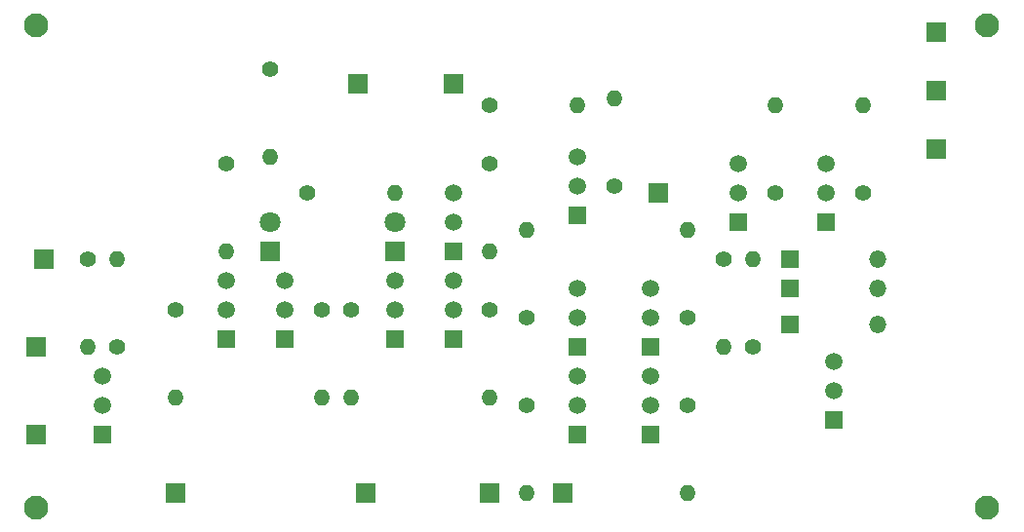
<source format=gbr>
%TF.GenerationSoftware,KiCad,Pcbnew,7.0.8*%
%TF.CreationDate,2023-11-03T11:37:25-07:00*%
%TF.ProjectId,adder,61646465-722e-46b6-9963-61645f706362,rev?*%
%TF.SameCoordinates,Original*%
%TF.FileFunction,Soldermask,Top*%
%TF.FilePolarity,Negative*%
%FSLAX46Y46*%
G04 Gerber Fmt 4.6, Leading zero omitted, Abs format (unit mm)*
G04 Created by KiCad (PCBNEW 7.0.8) date 2023-11-03 11:37:25*
%MOMM*%
%LPD*%
G01*
G04 APERTURE LIST*
%ADD10R,1.500000X1.500000*%
%ADD11C,1.500000*%
%ADD12R,1.700000X1.700000*%
%ADD13C,1.400000*%
%ADD14O,1.400000X1.400000*%
%ADD15C,2.100000*%
%ADD16R,1.800000X1.800000*%
%ADD17C,1.800000*%
%ADD18O,1.500000X1.500000*%
G04 APERTURE END LIST*
D10*
%TO.C,Q19*%
X202565000Y-114300000D03*
D11*
X202565000Y-111760000D03*
X202565000Y-109220000D03*
%TD*%
D10*
%TO.C,Q10*%
X180340000Y-115570000D03*
D11*
X180340000Y-113030000D03*
X180340000Y-110490000D03*
%TD*%
D12*
%TO.C,J4*%
X179070000Y-120650000D03*
%TD*%
D13*
%TO.C,R27*%
X205105000Y-94615000D03*
D14*
X205105000Y-86995000D03*
%TD*%
D13*
%TO.C,R25*%
X189865000Y-105410000D03*
D14*
X189865000Y-97790000D03*
%TD*%
D13*
%TO.C,R24*%
X183515000Y-93980000D03*
D14*
X183515000Y-86360000D03*
%TD*%
D10*
%TO.C,Q17*%
X201930000Y-97155000D03*
D11*
X201930000Y-94615000D03*
X201930000Y-92075000D03*
%TD*%
D13*
%TO.C,R18*%
X160655000Y-104775000D03*
D14*
X160655000Y-112395000D03*
%TD*%
D13*
%TO.C,R23*%
X172720000Y-92075000D03*
D14*
X172720000Y-99695000D03*
%TD*%
D12*
%TO.C,J8*%
X161290000Y-85090000D03*
%TD*%
D10*
%TO.C,Q11*%
X164465000Y-107315000D03*
D11*
X164465000Y-104775000D03*
X164465000Y-102235000D03*
%TD*%
D10*
%TO.C,Q18*%
X194310000Y-97155000D03*
D11*
X194310000Y-94615000D03*
X194310000Y-92075000D03*
%TD*%
D10*
%TO.C,Q16*%
X186690000Y-115570000D03*
D11*
X186690000Y-113030000D03*
X186690000Y-110490000D03*
%TD*%
D12*
%TO.C,J13*%
X133985000Y-100330000D03*
%TD*%
D13*
%TO.C,R17*%
X175895000Y-113030000D03*
D14*
X175895000Y-120650000D03*
%TD*%
D13*
%TO.C,R28*%
X195580000Y-107950000D03*
D14*
X195580000Y-100330000D03*
%TD*%
D15*
%TO.C,REF\u002A\u002A*%
X133350000Y-80010000D03*
%TD*%
D12*
%TO.C,J6*%
X161925000Y-120650000D03*
%TD*%
D13*
%TO.C,R20*%
X156845000Y-94615000D03*
D14*
X164465000Y-94615000D03*
%TD*%
D15*
%TO.C,REF\u002A\u002A*%
X215900000Y-121920000D03*
%TD*%
D13*
%TO.C,R16*%
X175895000Y-105410000D03*
D14*
X175895000Y-97790000D03*
%TD*%
D13*
%TO.C,R19*%
X153670000Y-83820000D03*
D14*
X153670000Y-91440000D03*
%TD*%
D13*
%TO.C,R26*%
X189865000Y-113030000D03*
D14*
X189865000Y-120650000D03*
%TD*%
D10*
%TO.C,Q12*%
X169545000Y-99695000D03*
D11*
X169545000Y-97155000D03*
X169545000Y-94615000D03*
%TD*%
D16*
%TO.C,D2*%
X164465000Y-99695000D03*
D17*
X164465000Y-97155000D03*
%TD*%
D12*
%TO.C,J9*%
X169545000Y-85090000D03*
%TD*%
D13*
%TO.C,R12*%
X149860000Y-92075000D03*
D14*
X149860000Y-99695000D03*
%TD*%
D15*
%TO.C,REF\u002A\u002A*%
X133350000Y-121920000D03*
%TD*%
D10*
%TO.C,Q13*%
X169545000Y-107315000D03*
D11*
X169545000Y-104775000D03*
X169545000Y-102235000D03*
%TD*%
D10*
%TO.C,Q14*%
X180340000Y-96520000D03*
D11*
X180340000Y-93980000D03*
X180340000Y-91440000D03*
%TD*%
D10*
%TO.C,D4*%
X198755000Y-102870000D03*
D18*
X206375000Y-102870000D03*
%TD*%
D12*
%TO.C,J11*%
X211455000Y-85725000D03*
%TD*%
%TO.C,J5*%
X187325000Y-94615000D03*
%TD*%
%TO.C,J3*%
X172720000Y-120650000D03*
%TD*%
D13*
%TO.C,R22*%
X172720000Y-104775000D03*
D14*
X172720000Y-112395000D03*
%TD*%
D12*
%TO.C,J7*%
X133350000Y-115570000D03*
%TD*%
D13*
%TO.C,R21*%
X172720000Y-86995000D03*
D14*
X180340000Y-86995000D03*
%TD*%
D16*
%TO.C,D1*%
X153670000Y-99700000D03*
D17*
X153670000Y-97160000D03*
%TD*%
D10*
%TO.C,Q20*%
X139065000Y-115570000D03*
D11*
X139065000Y-113030000D03*
X139065000Y-110490000D03*
%TD*%
D13*
%TO.C,R31*%
X140335000Y-107950000D03*
D14*
X140335000Y-100330000D03*
%TD*%
D12*
%TO.C,J10*%
X211455000Y-80645000D03*
%TD*%
%TO.C,J12*%
X211455000Y-90805000D03*
%TD*%
D13*
%TO.C,R32*%
X137795000Y-100330000D03*
D14*
X137795000Y-107950000D03*
%TD*%
D12*
%TO.C,J2*%
X145415000Y-120650000D03*
%TD*%
D15*
%TO.C,REF\u002A\u002A*%
X215900000Y-80010000D03*
%TD*%
D10*
%TO.C,Q15*%
X186690000Y-107950000D03*
D11*
X186690000Y-105410000D03*
X186690000Y-102870000D03*
%TD*%
D13*
%TO.C,R15*%
X158115000Y-104775000D03*
D14*
X158115000Y-112395000D03*
%TD*%
D13*
%TO.C,R30*%
X193040000Y-100330000D03*
D14*
X193040000Y-107950000D03*
%TD*%
D10*
%TO.C,Q8*%
X154940000Y-107315000D03*
D11*
X154940000Y-104775000D03*
X154940000Y-102235000D03*
%TD*%
D13*
%TO.C,R11*%
X145415000Y-104775000D03*
D14*
X145415000Y-112395000D03*
%TD*%
D12*
%TO.C,J14*%
X133350000Y-107950000D03*
%TD*%
D10*
%TO.C,Q9*%
X180340000Y-107950000D03*
D11*
X180340000Y-105410000D03*
X180340000Y-102870000D03*
%TD*%
D10*
%TO.C,D3*%
X198755000Y-100330000D03*
D18*
X206375000Y-100330000D03*
%TD*%
D13*
%TO.C,R29*%
X197485000Y-94615000D03*
D14*
X197485000Y-86995000D03*
%TD*%
D10*
%TO.C,D5*%
X198750000Y-106045000D03*
D18*
X206370000Y-106045000D03*
%TD*%
D10*
%TO.C,Q6*%
X149860000Y-107315000D03*
D11*
X149860000Y-104775000D03*
X149860000Y-102235000D03*
%TD*%
M02*

</source>
